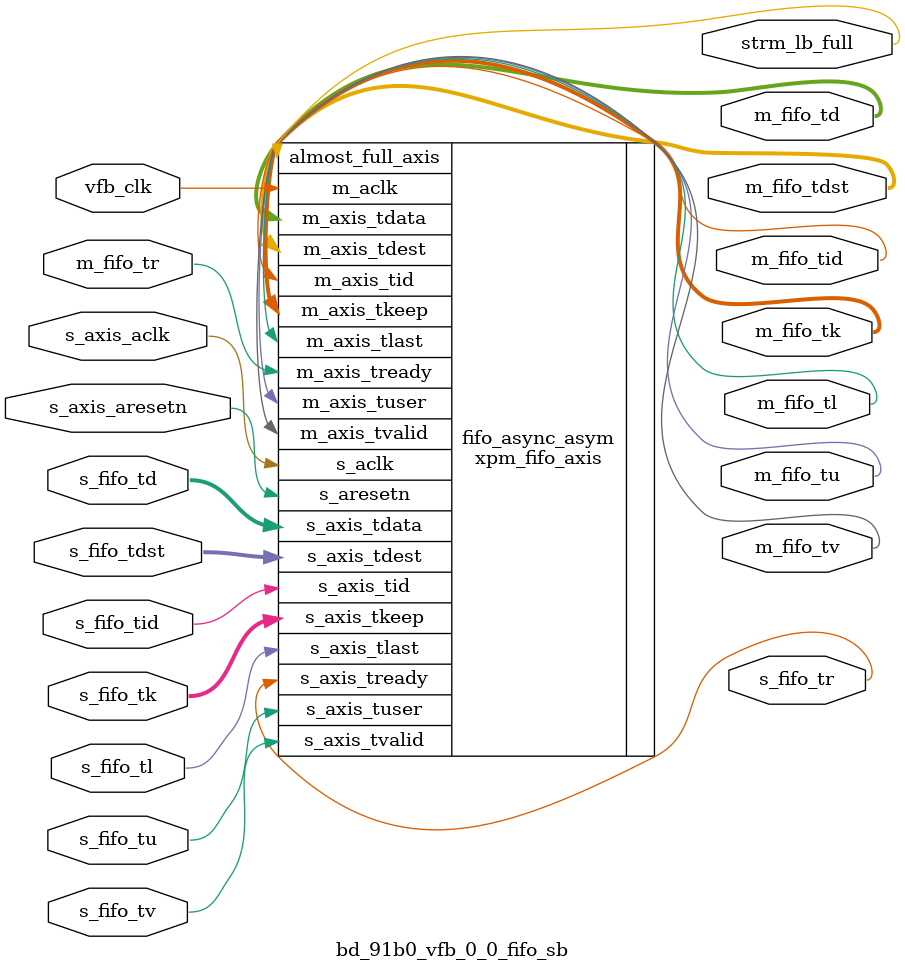
<source format=v>
`timescale 1ps/1ps
module bd_91b0_vfb_0_0_fifo_sb (
  input            s_axis_aclk    ,

  input         s_axis_aresetn ,
  input            vfb_clk        ,
  output    s_fifo_tr      ,
  input     s_fifo_tv      ,
  input      [64-1:0]  s_fifo_td      ,
  input      s_fifo_tid    ,   
  input      [1-1:0]  s_fifo_tu      ,
  input [9:0]      s_fifo_tdst      ,
  input      [8-1:0] s_fifo_tk      ,
  input      s_fifo_tl      ,
  input     m_fifo_tr      ,
  output     m_fifo_tv      ,
  output   [64-1:0]   m_fifo_td      ,
  output      m_fifo_tid    ,   
  output [9:0]    m_fifo_tdst    ,   
  output   [1-1:0]  m_fifo_tu      ,
  output    [8-1:0] m_fifo_tk      ,
  output      m_fifo_tl     , 
  output  strm_lb_full   
);

xpm_fifo_axis#(
      .CLOCKING_MODE("independent_clock"), // String
      .ECC_MODE("no_ecc"),            // String
      .FIFO_DEPTH(2048),              // DECIMAL
      .FIFO_MEMORY_TYPE("block"),      // String
      .PACKET_FIFO("false"),          // String
      .PROG_EMPTY_THRESH(10),         // DECIMAL
      .PROG_FULL_THRESH(2043),          // DECIMAL
      .RD_DATA_COUNT_WIDTH(1),        // DECIMAL
      .RELATED_CLOCKS(0),             // DECIMAL
      .SIM_ASSERT_CHK(0),             // DECIMAL; 0=disable simulation messages, 1=enable simulation messages
      .TDATA_WIDTH(64),               // DECIMAL
      .TDEST_WIDTH(10),                // DECIMAL
      .TID_WIDTH(1),                  // DECIMAL
      .TUSER_WIDTH(1),                // DECIMAL
      .USE_ADV_FEATURES("1000"),      // String
      .WR_DATA_COUNT_WIDTH(1)         // DECIMAL
 ) fifo_async_asym(
  .s_aclk            (s_axis_aclk    ),
  .s_aresetn         (s_axis_aresetn ),
  .m_aclk            (vfb_clk        ),
  .s_axis_tready     (s_fifo_tr      ),
  .s_axis_tvalid     (s_fifo_tv      ),
  .s_axis_tdata      (s_fifo_td      ),
  .s_axis_tid      ( s_fifo_tid      ),
  .s_axis_tuser      (s_fifo_tu      ),
  .s_axis_tdest      (s_fifo_tdst      ),
  .s_axis_tkeep      (s_fifo_tk      ),
  .s_axis_tlast      (s_fifo_tl      ),
  .m_axis_tready     (m_fifo_tr      ),
  .m_axis_tvalid     (m_fifo_tv      ),
  .m_axis_tdata      (m_fifo_td      ),
  .m_axis_tid        (m_fifo_tid      ),
  .m_axis_tdest      (m_fifo_tdst     ),
  .m_axis_tuser      (m_fifo_tu      ),
  .m_axis_tkeep      (m_fifo_tk      ),
  .m_axis_tlast      (m_fifo_tl      ),
  .almost_full_axis  (strm_lb_full   )
);
endmodule

</source>
